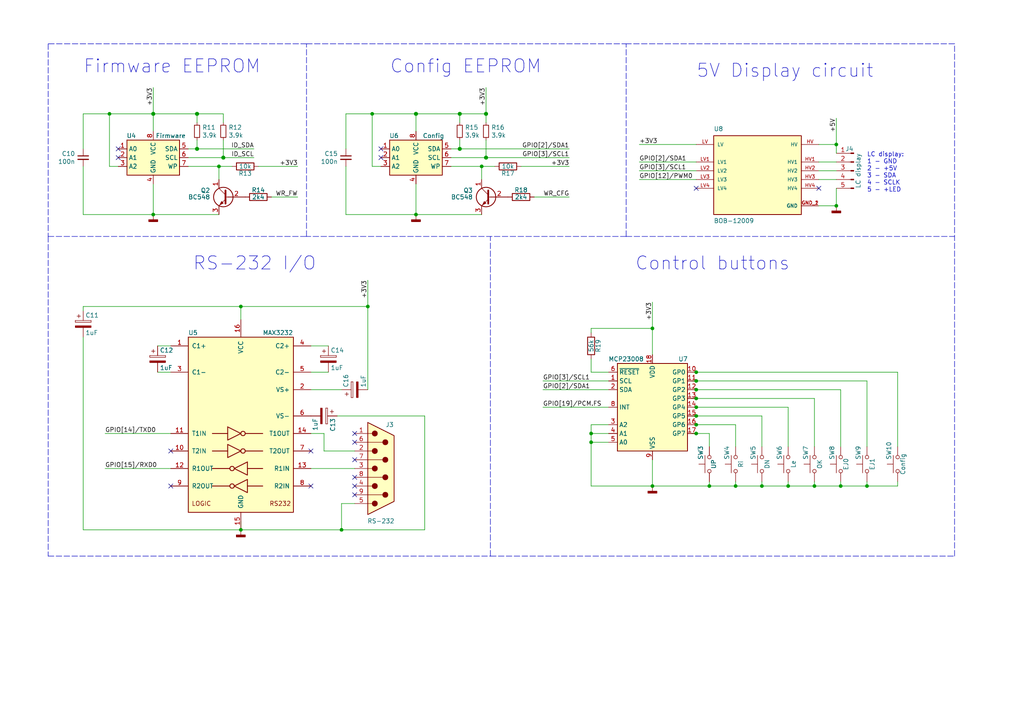
<source format=kicad_sch>
(kicad_sch (version 20211123) (generator eeschema)
  (paper "A4")
  (title_block (title "The Ulysses Board") (date "2022-08-29") (rev "1.2") (company "Dirk Gottschalk") (comment 1 "Base module") (comment 2 "Schematics") (comment 3 "Draft") (comment 4 "EN") (comment 5 "Tech- dev.") (comment 6 "n/a") (comment 7 "Dirk Gottschalk"))
  (lib_symbols
    (symbol "BOB-12009:BOB-12009" (pin_names (offset 1.016))
      (property "Reference" "U" (at -12.7 11.43 0))
      (property "Value" "BOB-12009" (at -12.7 -15.24 0))
      (symbol "BOB-12009_0_0"
        (rectangle (start -12.7 -12.7) (end 12.7 10.16) (stroke (width 0.254)) (fill (type background)))
        (pin power_in line (at 17.78 -10.16 180) (length 5.08) (name "GND") (number "GND_1"))
        (pin power_in line (at 17.78 -10.16 180) (length 5.08) (name "GND") (number "GND_2"))
        (pin bidirectional line (at 17.78 7.62 180) (length 5.08) (name "HV") (number "HV"))
        (pin bidirectional line (at 17.78 2.54 180) (length 5.08) (name "HV1") (number "HV1"))
        (pin bidirectional line (at 17.78 0 180) (length 5.08) (name "HV2") (number "HV2"))
        (pin bidirectional line (at 17.78 -2.54 180) (length 5.08) (name "HV3") (number "HV3"))
        (pin bidirectional line (at 17.78 -5.08 180) (length 5.08) (name "HV4") (number "HV4"))
        (pin bidirectional line (at -17.78 7.62 0) (length 5.08) (name "LV") (number "LV"))
        (pin bidirectional line (at -17.78 2.54 0) (length 5.08) (name "LV1") (number "LV1"))
        (pin bidirectional line (at -17.78 0 0) (length 5.08) (name "LV2") (number "LV2"))
        (pin bidirectional line (at -17.78 -2.54 0) (length 5.08) (name "LV3") (number "LV3"))
        (pin bidirectional line (at -17.78 -5.08 0) (length 5.08) (name "LV4") (number "LV4"))
      )
    )
    (symbol "Connector:Conn_01x05_Male" (pin_names (offset 1.016) hide)
      (property "Reference" "J" (at 0 7.62 0))
      (property "Value" "Conn_01x05_Male" (at 0 -7.62 0))
      (symbol "Conn_01x05_Male_1_1"
        (polyline (pts (xy 1.27 -5.08) (xy 0.8636 -5.08)) (stroke (width 0.1524)))
        (polyline (pts (xy 1.27 -2.54) (xy 0.8636 -2.54)) (stroke (width 0.1524)))
        (polyline (pts (xy 1.27 0) (xy 0.8636 0)) (stroke (width 0.1524)))
        (polyline (pts (xy 1.27 2.54) (xy 0.8636 2.54)) (stroke (width 0.1524)))
        (polyline (pts (xy 1.27 5.08) (xy 0.8636 5.08)) (stroke (width 0.1524)))
        (rectangle (start 0.8636 -4.953) (end 0 -5.207) (stroke (width 0.1524)) (fill (type outline)))
        (rectangle (start 0.8636 -2.413) (end 0 -2.667) (stroke (width 0.1524)) (fill (type outline)))
        (rectangle (start 0.8636 0.127) (end 0 -0.127) (stroke (width 0.1524)) (fill (type outline)))
        (rectangle (start 0.8636 2.667) (end 0 2.413) (stroke (width 0.1524)) (fill (type outline)))
        (rectangle (start 0.8636 5.207) (end 0 4.953) (stroke (width 0.1524)) (fill (type outline)))
        (pin passive line (at 5.08 5.08 180) (length 3.81) (name "Pin_1") (number "1"))
        (pin passive line (at 5.08 2.54 180) (length 3.81) (name "Pin_2") (number "2"))
        (pin passive line (at 5.08 0 180) (length 3.81) (name "Pin_3") (number "3"))
        (pin passive line (at 5.08 -2.54 180) (length 3.81) (name "Pin_4") (number "4"))
        (pin passive line (at 5.08 -5.08 180) (length 3.81) (name "Pin_5") (number "5"))
      )
    )
    (symbol "Connector:DB9_Male" (pin_names (offset 1.016) hide)
      (property "Reference" "J" (at 0 13.97 0))
      (property "Value" "DB9_Male" (at 0 -14.605 0))
      (symbol "DB9_Male_0_1"
        (circle (center -1.778 -10.16) (radius 0.762) (fill (type outline)))
        (circle (center -1.778 -5.08) (radius 0.762) (fill (type outline)))
        (circle (center -1.778 0) (radius 0.762) (fill (type outline)))
        (circle (center -1.778 5.08) (radius 0.762) (fill (type outline)))
        (circle (center -1.778 10.16) (radius 0.762) (fill (type outline)))
        (polyline (pts (xy -3.81 -10.16) (xy -2.54 -10.16)))
        (polyline (pts (xy -3.81 -7.62) (xy 0.508 -7.62)))
        (polyline (pts (xy -3.81 -5.08) (xy -2.54 -5.08)))
        (polyline (pts (xy -3.81 -2.54) (xy 0.508 -2.54)))
        (polyline (pts (xy -3.81 0) (xy -2.54 0)))
        (polyline (pts (xy -3.81 2.54) (xy 0.508 2.54)))
        (polyline (pts (xy -3.81 5.08) (xy -2.54 5.08)))
        (polyline (pts (xy -3.81 7.62) (xy 0.508 7.62)))
        (polyline (pts (xy -3.81 10.16) (xy -2.54 10.16)))
        (polyline (pts (xy -3.81 -13.335) (xy -3.81 13.335) (xy 3.81 9.525) (xy 3.81 -9.525) (xy -3.81 -13.335)) (stroke (width 0.254)) (fill (type background)))
        (circle (center 1.27 -7.62) (radius 0.762) (fill (type outline)))
        (circle (center 1.27 -2.54) (radius 0.762) (fill (type outline)))
        (circle (center 1.27 2.54) (radius 0.762) (fill (type outline)))
        (circle (center 1.27 7.62) (radius 0.762) (fill (type outline)))
      )
      (symbol "DB9_Male_1_1"
        (pin passive line (at -7.62 -10.16 0) (length 3.81) (name "1") (number "1"))
        (pin passive line (at -7.62 -5.08 0) (length 3.81) (name "2") (number "2"))
        (pin passive line (at -7.62 0 0) (length 3.81) (name "3") (number "3"))
        (pin passive line (at -7.62 5.08 0) (length 3.81) (name "4") (number "4"))
        (pin passive line (at -7.62 10.16 0) (length 3.81) (name "5") (number "5"))
        (pin passive line (at -7.62 -7.62 0) (length 3.81) (name "6") (number "6"))
        (pin passive line (at -7.62 -2.54 0) (length 3.81) (name "7") (number "7"))
        (pin passive line (at -7.62 2.54 0) (length 3.81) (name "8") (number "8"))
        (pin passive line (at -7.62 7.62 0) (length 3.81) (name "9") (number "9"))
      )
    )
    (symbol "Device:C_Small" (pin_numbers hide) (pin_names (offset 0.254) hide)
      (property "Reference" "C" (at 0.254 1.778 0))
      (property "Value" "C_Small" (at 0.254 -2.032 0))
      (symbol "C_Small_0_1"
        (polyline (pts (xy -1.524 -0.508) (xy 1.524 -0.508)) (stroke (width 0.3302)))
        (polyline (pts (xy -1.524 0.508) (xy 1.524 0.508)) (stroke (width 0.3048)))
      )
      (symbol "C_Small_1_1"
        (pin passive line (at 0 2.54 270) (length 2.032) (name "~") (number "1"))
        (pin passive line (at 0 -2.54 90) (length 2.032) (name "~") (number "2"))
      )
    )
    (symbol "Device:R" (pin_numbers hide) (pin_names (offset 0))
      (property "Reference" "R" (at 2.032 0 90))
      (property "Value" "R" (at 0 0 90))
      (symbol "R_0_1"
        (rectangle (start -1.016 -2.54) (end 1.016 2.54) (stroke (width 0.254)))
      )
      (symbol "R_1_1"
        (pin passive line (at 0 3.81 270) (length 1.27) (name "~") (number "1"))
        (pin passive line (at 0 -3.81 90) (length 1.27) (name "~") (number "2"))
      )
    )
    (symbol "Device:R_Small" (pin_numbers hide) (pin_names (offset 0.254) hide)
      (property "Reference" "R" (at 0.762 0.508 0))
      (property "Value" "R_Small" (at 0.762 -1.016 0))
      (symbol "R_Small_0_1"
        (rectangle (start -0.762 1.778) (end 0.762 -1.778) (stroke (width 0.2032)))
      )
      (symbol "R_Small_1_1"
        (pin passive line (at 0 2.54 270) (length 0.762) (name "~") (number "1"))
        (pin passive line (at 0 -2.54 90) (length 0.762) (name "~") (number "2"))
      )
    )
    (symbol "Interface_Expansion:MCP23008-xP"
      (property "Reference" "U" (at -8.89 13.97 0))
      (property "Value" "MCP23008-xP" (at 8.89 13.97 0))
      (symbol "MCP23008-xP_0_1"
        (rectangle (start -10.16 12.7) (end 10.16 -12.7) (stroke (width 0.254)) (fill (type background)))
      )
      (symbol "MCP23008-xP_1_1"
        (pin input line (at -12.7 7.62 0) (length 2.54) (name "SCL") (number "1"))
        (pin bidirectional line (at 12.7 10.16 180) (length 2.54) (name "GP0") (number "10"))
        (pin bidirectional line (at 12.7 7.62 180) (length 2.54) (name "GP1") (number "11"))
        (pin bidirectional line (at 12.7 5.08 180) (length 2.54) (name "GP2") (number "12"))
        (pin bidirectional line (at 12.7 2.54 180) (length 2.54) (name "GP3") (number "13"))
        (pin bidirectional line (at 12.7 0 180) (length 2.54) (name "GP4") (number "14"))
        (pin bidirectional line (at 12.7 -2.54 180) (length 2.54) (name "GP5") (number "15"))
        (pin bidirectional line (at 12.7 -5.08 180) (length 2.54) (name "GP6") (number "16"))
        (pin bidirectional line (at 12.7 -7.62 180) (length 2.54) (name "GP7") (number "17"))
        (pin power_in line (at 0 15.24 270) (length 2.54) (name "VDD") (number "18"))
        (pin bidirectional line (at -12.7 5.08 0) (length 2.54) (name "SDA") (number "2"))
        (pin input line (at -12.7 -5.08 0) (length 2.54) (name "A2") (number "3"))
        (pin input line (at -12.7 -7.62 0) (length 2.54) (name "A1") (number "4"))
        (pin input line (at -12.7 -10.16 0) (length 2.54) (name "A0") (number "5"))
        (pin input line (at -12.7 10.16 0) (length 2.54) (name "~{RESET}") (number "6"))
        (pin no_connect line (at -10.16 -2.54 0) (length 2.54) hide (name "NC") (number "7"))
        (pin output line (at -12.7 0 0) (length 2.54) (name "INT") (number "8"))
        (pin power_in line (at 0 -15.24 90) (length 2.54) (name "VSS") (number "9"))
      )
    )
    (symbol "Interface_UART:MAX3232" (pin_names (offset 1.016))
      (property "Reference" "U" (at -2.54 28.575 0))
      (property "Value" "MAX3232" (at -2.54 26.67 0))
      (symbol "MAX3232_0_0"
        (text "LOGIC" (at -11.43 -22.86 0) (effects (font (size 1.27 1.27))))
        (text "RS232" (at 11.43 -22.86 0) (effects (font (size 1.27 1.27))))
      )
      (symbol "MAX3232_0_1"
        (rectangle (start -15.24 -25.4) (end 15.24 25.4) (stroke (width 0.254)) (fill (type background)))
        (circle (center -2.54 -17.78) (radius 0.635) (stroke (width 0.254)))
        (circle (center -2.54 -12.7) (radius 0.635) (stroke (width 0.254)))
        (polyline (pts (xy -3.81 -7.62) (xy -8.255 -7.62)) (stroke (width 0.254)))
        (polyline (pts (xy -3.81 -2.54) (xy -8.255 -2.54)) (stroke (width 0.254)))
        (polyline (pts (xy -3.175 -17.78) (xy -8.255 -17.78)) (stroke (width 0.254)))
        (polyline (pts (xy -3.175 -12.7) (xy -8.255 -12.7)) (stroke (width 0.254)))
        (polyline (pts (xy 1.27 -7.62) (xy 6.35 -7.62)) (stroke (width 0.254)))
        (polyline (pts (xy 1.27 -2.54) (xy 6.35 -2.54)) (stroke (width 0.254)))
        (polyline (pts (xy 1.905 -17.78) (xy 6.35 -17.78)) (stroke (width 0.254)))
        (polyline (pts (xy 1.905 -12.7) (xy 6.35 -12.7)) (stroke (width 0.254)))
        (polyline (pts (xy -3.81 -5.715) (xy -3.81 -9.525) (xy 0 -7.62) (xy -3.81 -5.715)) (stroke (width 0.254)))
        (polyline (pts (xy -3.81 -0.635) (xy -3.81 -4.445) (xy 0 -2.54) (xy -3.81 -0.635)) (stroke (width 0.254)))
        (polyline (pts (xy 1.905 -15.875) (xy 1.905 -19.685) (xy -1.905 -17.78) (xy 1.905 -15.875)) (stroke (width 0.254)))
        (polyline (pts (xy 1.905 -10.795) (xy 1.905 -14.605) (xy -1.905 -12.7) (xy 1.905 -10.795)) (stroke (width 0.254)))
        (circle (center 0.635 -7.62) (radius 0.635) (stroke (width 0.254)))
        (circle (center 0.635 -2.54) (radius 0.635) (stroke (width 0.254)))
      )
      (symbol "MAX3232_1_1"
        (pin passive line (at -20.32 22.86 0) (length 5.08) (name "C1+") (number "1"))
        (pin input line (at -20.32 -7.62 0) (length 5.08) (name "T2IN") (number "10"))
        (pin input line (at -20.32 -2.54 0) (length 5.08) (name "T1IN") (number "11"))
        (pin output line (at -20.32 -12.7 0) (length 5.08) (name "R1OUT") (number "12"))
        (pin input line (at 20.32 -12.7 180) (length 5.08) (name "R1IN") (number "13"))
        (pin output line (at 20.32 -2.54 180) (length 5.08) (name "T1OUT") (number "14"))
        (pin power_in line (at 0 -30.48 90) (length 5.08) (name "GND") (number "15"))
        (pin power_in line (at 0 30.48 270) (length 5.08) (name "VCC") (number "16"))
        (pin power_out line (at 20.32 10.16 180) (length 5.08) (name "VS+") (number "2"))
        (pin passive line (at -20.32 15.24 0) (length 5.08) (name "C1-") (number "3"))
        (pin passive line (at 20.32 22.86 180) (length 5.08) (name "C2+") (number "4"))
        (pin passive line (at 20.32 15.24 180) (length 5.08) (name "C2-") (number "5"))
        (pin power_out line (at 20.32 2.54 180) (length 5.08) (name "VS-") (number "6"))
        (pin output line (at 20.32 -7.62 180) (length 5.08) (name "T2OUT") (number "7"))
        (pin input line (at 20.32 -17.78 180) (length 5.08) (name "R2IN") (number "8"))
        (pin output line (at -20.32 -17.78 0) (length 5.08) (name "R2OUT") (number "9"))
      )
    )
    (symbol "Memory_EEPROM:CAT24C256"
      (property "Reference" "U" (at -6.35 6.35 0))
      (property "Value" "CAT24C256" (at 1.27 6.35 0))
      (symbol "CAT24C256_1_1"
        (rectangle (start -7.62 5.08) (end 7.62 -5.08) (stroke (width 0.254)) (fill (type background)))
        (pin input line (at -10.16 2.54 0) (length 2.54) (name "A0") (number "1"))
        (pin input line (at -10.16 0 0) (length 2.54) (name "A1") (number "2"))
        (pin input line (at -10.16 -2.54 0) (length 2.54) (name "A2") (number "3"))
        (pin power_in line (at 0 -7.62 90) (length 2.54) (name "GND") (number "4"))
        (pin bidirectional line (at 10.16 2.54 180) (length 2.54) (name "SDA") (number "5"))
        (pin input line (at 10.16 0 180) (length 2.54) (name "SCL") (number "6"))
        (pin input line (at 10.16 -2.54 180) (length 2.54) (name "WP") (number "7"))
        (pin power_in line (at 0 7.62 270) (length 2.54) (name "VCC") (number "8"))
      )
    )
    (symbol "Pi-Board-rescue:CP" (pin_numbers hide) (pin_names (offset 0.254))
      (property "Reference" "C" (at 0.635 2.54 0))
      (property "Value" "CP" (at 0.635 -2.54 0))
      (symbol "CP_0_1"
        (rectangle (start -2.286 0.508) (end -2.286 1.016))
        (rectangle (start -2.286 0.508) (end 2.286 0.508))
        (polyline (pts (xy -1.778 2.286) (xy -0.762 2.286)))
        (polyline (pts (xy -1.27 2.794) (xy -1.27 1.778)))
        (rectangle (start 2.286 -0.508) (end -2.286 -1.016) (fill (type outline)))
        (rectangle (start 2.286 1.016) (end -2.286 1.016))
        (rectangle (start 2.286 1.016) (end 2.286 0.508))
      )
      (symbol "CP_1_1"
        (pin passive line (at 0 3.81 270) (length 2.794) (name "~") (number "1"))
        (pin passive line (at 0 -3.81 90) (length 2.794) (name "~") (number "2"))
      )
    )
    (symbol "Switch:SW_Push" (pin_numbers hide) (pin_names (offset 1.016) hide)
      (property "Reference" "SW" (at 1.27 2.54 0))
      (property "Value" "SW_Push" (at 0 -1.524 0))
      (symbol "SW_Push_0_1"
        (circle (center -2.032 0) (radius 0.508))
        (polyline (pts (xy 0 1.27) (xy 0 3.048)))
        (polyline (pts (xy 2.54 1.27) (xy -2.54 1.27)))
        (circle (center 2.032 0) (radius 0.508))
        (pin passive line (at -5.08 0 0) (length 2.54) (name "1") (number "1"))
        (pin passive line (at 5.08 0 180) (length 2.54) (name "2") (number "2"))
      )
    )
    (symbol "Transistor_BJT:BC548" (pin_names (offset 0) hide)
      (property "Reference" "Q" (at 5.08 1.905 0))
      (property "Value" "BC548" (at 5.08 0 0))
      (symbol "BC548_0_1"
        (polyline (pts (xy 0 0) (xy 0.635 0)))
        (polyline (pts (xy 0.635 0.635) (xy 2.54 2.54)))
        (polyline (pts (xy 0.635 -0.635) (xy 2.54 -2.54) (xy 2.54 -2.54)))
        (polyline (pts (xy 0.635 1.905) (xy 0.635 -1.905) (xy 0.635 -1.905)) (stroke (width 0.508)))
        (polyline (pts (xy 1.27 -1.778) (xy 1.778 -1.27) (xy 2.286 -2.286) (xy 1.27 -1.778) (xy 1.27 -1.778)) (fill (type outline)))
        (circle (center 1.27 0) (radius 2.8194) (stroke (width 0.254)))
      )
      (symbol "BC548_1_1"
        (pin passive line (at 2.54 5.08 270) (length 2.54) (name "C") (number "1"))
        (pin input line (at -5.08 0 0) (length 5.08) (name "B") (number "2"))
        (pin passive line (at 2.54 -5.08 90) (length 2.54) (name "E") (number "3"))
      )
    )
    (symbol "power:GNDD" (power) (pin_names (offset 0))
      (property "Value" "GNDD" (at 0 -3.175 0))
      (symbol "GNDD_0_1"
        (rectangle (start -1.27 -1.524) (end 1.27 -2.032) (stroke (width 0.254)) (fill (type outline)))
        (polyline (pts (xy 0 0) (xy 0 -1.524)))
      )
      (symbol "GNDD_1_1"
        (pin power_in line (at 0 0 270) (length 0) hide (name "GNDD") (number "1"))
      )
    )
  )
  (junction (at 31.75 33.02))
  (junction (at 69.85 88.9))
  (junction (at 63.5 48.26))
  (junction (at 201.93 115.57))
  (junction (at 57.15 33.02) (diameter 1.016))
  (junction (at 189.23 140.97))
  (junction (at 57.15 43.18) (diameter 1.016))
  (junction (at 236.22 140.97))
  (junction (at 201.93 113.03))
  (junction (at 201.93 107.95))
  (junction (at 140.97 33.02) (diameter 1.016))
  (junction (at 133.35 33.02) (diameter 1.016))
  (junction (at 120.65 33.02) (diameter 1.016))
  (junction (at 201.93 125.73))
  (junction (at 251.46 140.97))
  (junction (at 201.93 110.49))
  (junction (at 213.36 140.97))
  (junction (at 201.93 120.65))
  (junction (at 44.45 33.02) (diameter 1.016))
  (junction (at 201.93 118.11))
  (junction (at 220.98 140.97))
  (junction (at 171.45 125.73))
  (junction (at 44.45 62.23))
  (junction (at 228.6 140.97))
  (junction (at 99.06 153.67))
  (junction (at 69.85 153.67))
  (junction (at 205.74 140.97))
  (junction (at 140.97 45.72) (diameter 1.016))
  (junction (at 107.95 33.02))
  (junction (at 243.84 140.97))
  (junction (at 139.7 48.26))
  (junction (at 189.23 95.25))
  (junction (at 242.57 41.91))
  (junction (at 106.68 88.9))
  (junction (at 201.93 123.19))
  (junction (at 242.57 59.69))
  (junction (at 64.77 45.72) (diameter 1.016))
  (junction (at 171.45 128.27))
  (junction (at 133.35 43.18) (diameter 1.016))
  (junction (at 120.65 62.23))
  (no_connect (at 110.49 45.72))
  (no_connect (at 102.87 133.35))
  (no_connect (at 102.87 138.43))
  (no_connect (at 49.53 130.81))
  (no_connect (at 102.87 128.27))
  (no_connect (at 34.29 43.18))
  (no_connect (at 102.87 140.97))
  (no_connect (at 90.17 130.81))
  (no_connect (at 34.29 45.72))
  (no_connect (at 102.87 143.51))
  (no_connect (at 102.87 125.73))
  (no_connect (at 90.17 140.97))
  (no_connect (at 237.49 54.61))
  (no_connect (at 201.93 54.61))
  (no_connect (at 49.53 140.97))
  (no_connect (at 110.49 43.18))
  (wire (pts (xy 30.48 135.89) (xy 49.53 135.89)))
  (wire (pts (xy 171.45 128.27) (xy 171.45 140.97)))
  (wire (pts (xy 24.13 48.26) (xy 24.13 62.23)))
  (wire (pts (xy 44.45 33.02) (xy 57.15 33.02)))
  (wire (pts (xy 120.65 53.34) (xy 120.65 62.23)))
  (wire (pts (xy 243.84 139.7) (xy 243.84 140.97)))
  (wire (pts (xy 64.77 35.56) (xy 64.77 33.02)))
  (wire (pts (xy 123.19 120.65) (xy 123.19 153.67)))
  (polyline (pts (xy 13.97 68.58) (xy 13.97 161.29)))
  (wire (pts (xy 220.98 129.54) (xy 220.98 120.65)))
  (wire (pts (xy 251.46 110.49) (xy 251.46 129.54)))
  (wire (pts (xy 176.53 125.73) (xy 171.45 125.73)))
  (wire (pts (xy 185.42 41.91) (xy 201.93 41.91)))
  (wire (pts (xy 220.98 139.7) (xy 220.98 140.97)))
  (wire (pts (xy 201.93 120.65) (xy 220.98 120.65)))
  (wire (pts (xy 95.25 100.33) (xy 90.17 100.33)))
  (wire (pts (xy 171.45 123.19) (xy 171.45 125.73)))
  (wire (pts (xy 251.46 140.97) (xy 260.35 140.97)))
  (wire (pts (xy 200.66 107.95) (xy 201.93 107.95)))
  (wire (pts (xy 130.81 43.18) (xy 133.35 43.18)))
  (wire (pts (xy 243.84 129.54) (xy 243.84 113.03)))
  (wire (pts (xy 106.68 88.9) (xy 106.68 113.03)))
  (wire (pts (xy 205.74 129.54) (xy 205.74 125.73)))
  (wire (pts (xy 242.57 41.91) (xy 237.49 41.91)))
  (wire (pts (xy 90.17 135.89) (xy 102.87 135.89)))
  (wire (pts (xy 260.35 107.95) (xy 260.35 129.54)))
  (wire (pts (xy 57.15 33.02) (xy 57.15 35.56)))
  (wire (pts (xy 100.33 62.23) (xy 120.65 62.23)))
  (wire (pts (xy 200.66 118.11) (xy 201.93 118.11)))
  (wire (pts (xy 242.57 41.91) (xy 242.57 44.45)))
  (wire (pts (xy 54.61 45.72) (xy 64.77 45.72)))
  (wire (pts (xy 31.75 33.02) (xy 31.75 48.26)))
  (wire (pts (xy 213.36 129.54) (xy 213.36 123.19)))
  (wire (pts (xy 64.77 33.02) (xy 57.15 33.02)))
  (wire (pts (xy 133.35 43.18) (xy 165.1 43.18)))
  (wire (pts (xy 171.45 107.95) (xy 176.53 107.95)))
  (wire (pts (xy 69.85 88.9) (xy 106.68 88.9)))
  (wire (pts (xy 69.85 151.13) (xy 69.85 153.67)))
  (wire (pts (xy 63.5 48.26) (xy 63.5 52.07)))
  (polyline (pts (xy 181.61 68.58) (xy 276.86 68.58)))
  (wire (pts (xy 157.48 110.49) (xy 176.53 110.49)))
  (wire (pts (xy 64.77 45.72) (xy 73.66 45.72)))
  (wire (pts (xy 130.81 45.72) (xy 140.97 45.72)))
  (wire (pts (xy 200.66 113.03) (xy 201.93 113.03)))
  (wire (pts (xy 69.85 92.71) (xy 69.85 88.9)))
  (wire (pts (xy 243.84 140.97) (xy 251.46 140.97)))
  (wire (pts (xy 171.45 125.73) (xy 171.45 128.27)))
  (wire (pts (xy 200.66 120.65) (xy 201.93 120.65)))
  (wire (pts (xy 45.72 107.95) (xy 49.53 107.95)))
  (wire (pts (xy 24.13 62.23) (xy 44.45 62.23)))
  (wire (pts (xy 205.74 140.97) (xy 213.36 140.97)))
  (wire (pts (xy 185.42 52.07) (xy 201.93 52.07)))
  (wire (pts (xy 133.35 33.02) (xy 133.35 35.56)))
  (wire (pts (xy 171.45 95.25) (xy 171.45 96.52)))
  (wire (pts (xy 95.25 107.95) (xy 90.17 107.95)))
  (wire (pts (xy 24.13 88.9) (xy 69.85 88.9)))
  (wire (pts (xy 189.23 87.63) (xy 189.23 95.25)))
  (wire (pts (xy 140.97 40.64) (xy 140.97 45.72)))
  (wire (pts (xy 189.23 95.25) (xy 171.45 95.25)))
  (wire (pts (xy 100.33 48.26) (xy 100.33 62.23)))
  (wire (pts (xy 44.45 62.23) (xy 63.5 62.23)))
  (polyline (pts (xy 142.24 161.29) (xy 276.86 161.29)))
  (wire (pts (xy 44.45 33.02) (xy 44.45 38.1)))
  (wire (pts (xy 151.13 48.26) (xy 165.1 48.26)))
  (wire (pts (xy 140.97 45.72) (xy 165.1 45.72)))
  (wire (pts (xy 54.61 43.18) (xy 57.15 43.18)))
  (wire (pts (xy 189.23 133.35) (xy 189.23 140.97)))
  (wire (pts (xy 185.42 46.99) (xy 201.93 46.99)))
  (wire (pts (xy 54.61 48.26) (xy 63.5 48.26)))
  (wire (pts (xy 213.36 139.7) (xy 213.36 140.97)))
  (wire (pts (xy 228.6 129.54) (xy 228.6 118.11)))
  (wire (pts (xy 205.74 139.7) (xy 205.74 140.97)))
  (wire (pts (xy 236.22 140.97) (xy 243.84 140.97)))
  (wire (pts (xy 201.93 115.57) (xy 236.22 115.57)))
  (wire (pts (xy 30.48 125.73) (xy 49.53 125.73)))
  (wire (pts (xy 213.36 140.97) (xy 220.98 140.97)))
  (wire (pts (xy 45.72 100.33) (xy 49.53 100.33)))
  (wire (pts (xy 185.42 49.53) (xy 201.93 49.53)))
  (polyline (pts (xy 181.61 68.58) (xy 181.61 12.7)))
  (wire (pts (xy 154.94 57.15) (xy 165.1 57.15)))
  (wire (pts (xy 200.66 123.19) (xy 201.93 123.19)))
  (wire (pts (xy 57.15 43.18) (xy 73.66 43.18)))
  (wire (pts (xy 100.33 33.02) (xy 100.33 43.18)))
  (wire (pts (xy 133.35 40.64) (xy 133.35 43.18)))
  (wire (pts (xy 201.93 113.03) (xy 243.84 113.03)))
  (wire (pts (xy 171.45 104.14) (xy 171.45 107.95)))
  (wire (pts (xy 237.49 52.07) (xy 242.57 52.07)))
  (wire (pts (xy 130.81 48.26) (xy 139.7 48.26)))
  (wire (pts (xy 176.53 123.19) (xy 171.45 123.19)))
  (wire (pts (xy 139.7 48.26) (xy 139.7 52.07)))
  (polyline (pts (xy 13.97 68.58) (xy 88.9 68.58)))
  (wire (pts (xy 63.5 48.26) (xy 67.31 48.26)))
  (wire (pts (xy 99.06 146.05) (xy 99.06 153.67)))
  (wire (pts (xy 228.6 140.97) (xy 236.22 140.97)))
  (wire (pts (xy 228.6 139.7) (xy 228.6 140.97)))
  (wire (pts (xy 200.66 110.49) (xy 201.93 110.49)))
  (wire (pts (xy 140.97 33.02) (xy 133.35 33.02)))
  (wire (pts (xy 99.06 146.05) (xy 102.87 146.05)))
  (wire (pts (xy 120.65 33.02) (xy 107.95 33.02)))
  (polyline (pts (xy 276.86 161.29) (xy 276.86 12.7)))
  (wire (pts (xy 102.87 130.81) (xy 93.98 130.81)))
  (wire (pts (xy 171.45 140.97) (xy 189.23 140.97)))
  (wire (pts (xy 24.13 153.67) (xy 69.85 153.67)))
  (wire (pts (xy 201.93 110.49) (xy 251.46 110.49)))
  (polyline (pts (xy 13.97 12.7) (xy 13.97 68.58)))
  (wire (pts (xy 120.65 33.02) (xy 133.35 33.02)))
  (wire (pts (xy 242.57 34.29) (xy 242.57 41.91)))
  (wire (pts (xy 107.95 33.02) (xy 107.95 48.26)))
  (wire (pts (xy 140.97 35.56) (xy 140.97 33.02)))
  (wire (pts (xy 260.35 139.7) (xy 260.35 140.97)))
  (wire (pts (xy 201.93 125.73) (xy 205.74 125.73)))
  (wire (pts (xy 176.53 128.27) (xy 171.45 128.27)))
  (wire (pts (xy 24.13 90.17) (xy 24.13 88.9)))
  (polyline (pts (xy 142.24 161.29) (xy 142.24 68.58)))
  (wire (pts (xy 242.57 54.61) (xy 242.57 59.69)))
  (wire (pts (xy 44.45 53.34) (xy 44.45 62.23)))
  (wire (pts (xy 251.46 139.7) (xy 251.46 140.97)))
  (polyline (pts (xy 88.9 12.7) (xy 181.61 12.7)))
  (wire (pts (xy 44.45 25.4) (xy 44.45 33.02)))
  (polyline (pts (xy 13.97 161.29) (xy 142.24 161.29)))
  (wire (pts (xy 220.98 140.97) (xy 228.6 140.97)))
  (wire (pts (xy 93.98 130.81) (xy 93.98 125.73)))
  (wire (pts (xy 31.75 33.02) (xy 24.13 33.02)))
  (wire (pts (xy 123.19 153.67) (xy 99.06 153.67)))
  (wire (pts (xy 139.7 48.26) (xy 143.51 48.26)))
  (wire (pts (xy 120.65 62.23) (xy 139.7 62.23)))
  (wire (pts (xy 157.48 118.11) (xy 176.53 118.11)))
  (wire (pts (xy 157.48 113.03) (xy 176.53 113.03)))
  (wire (pts (xy 34.29 48.26) (xy 31.75 48.26)))
  (wire (pts (xy 99.06 153.67) (xy 69.85 153.67)))
  (wire (pts (xy 201.93 118.11) (xy 228.6 118.11)))
  (wire (pts (xy 140.97 25.4) (xy 140.97 33.02)))
  (wire (pts (xy 44.45 33.02) (xy 31.75 33.02)))
  (wire (pts (xy 78.74 57.15) (xy 86.36 57.15)))
  (wire (pts (xy 74.93 48.26) (xy 86.36 48.26)))
  (wire (pts (xy 189.23 140.97) (xy 205.74 140.97)))
  (polyline (pts (xy 181.61 68.58) (xy 88.9 68.58)))
  (polyline (pts (xy 88.9 68.58) (xy 88.9 12.7)))
  (polyline (pts (xy 276.86 12.7) (xy 181.61 12.7)))
  (wire (pts (xy 90.17 113.03) (xy 99.06 113.03)))
  (wire (pts (xy 201.93 123.19) (xy 213.36 123.19)))
  (wire (pts (xy 237.49 59.69) (xy 242.57 59.69)))
  (wire (pts (xy 24.13 33.02) (xy 24.13 43.18)))
  (wire (pts (xy 236.22 139.7) (xy 236.22 140.97)))
  (wire (pts (xy 57.15 40.64) (xy 57.15 43.18)))
  (wire (pts (xy 93.98 125.73) (xy 90.17 125.73)))
  (wire (pts (xy 106.68 81.28) (xy 106.68 88.9)))
  (wire (pts (xy 236.22 129.54) (xy 236.22 115.57)))
  (wire (pts (xy 200.66 125.73) (xy 201.93 125.73)))
  (wire (pts (xy 97.79 120.65) (xy 123.19 120.65)))
  (wire (pts (xy 120.65 33.02) (xy 120.65 38.1)))
  (wire (pts (xy 64.77 40.64) (xy 64.77 45.72)))
  (wire (pts (xy 200.66 115.57) (xy 201.93 115.57)))
  (wire (pts (xy 107.95 33.02) (xy 100.33 33.02)))
  (wire (pts (xy 237.49 49.53) (xy 242.57 49.53)))
  (wire (pts (xy 201.93 107.95) (xy 260.35 107.95)))
  (wire (pts (xy 237.49 46.99) (xy 242.57 46.99)))
  (wire (pts (xy 110.49 48.26) (xy 107.95 48.26)))
  (wire (pts (xy 189.23 95.25) (xy 189.23 102.87)))
  (wire (pts (xy 24.13 97.79) (xy 24.13 153.67)))
  (polyline (pts (xy 88.9 12.7) (xy 13.97 12.7)))
  (text "LC display:\n1 - GND\n2 - +5V\n3 - SDA\n4 - SCLK\n5 - +LED" (at 251.46 55.88 0) (effects (font (size 1.27 1.27)) (justify left bottom)))
  (text "Firmware EEPROM" (at 24.13 21.59 0) (effects (font (size 3.81 3.81)) (justify left bottom)))
  (text "Control buttons" (at 184.15 78.74 0) (effects (font (size 3.81 3.81)) (justify left bottom)))
  (text "RS-232 I/O" (at 55.88 78.74 0) (effects (font (size 3.81 3.81)) (justify left bottom)))
  (text "5V Display circuit" (at 201.93 22.86 0) (effects (font (size 3.81 3.81)) (justify left bottom)))
  (text "Config EEPROM" (at 113.03 21.59 0) (effects (font (size 3.81 3.81)) (justify left bottom)))
  (label "GPIO[2]{slash}SDA1" (at 185.42 46.99 0))
  (label "GPIO[3]{slash}SCL1" (at 165.1 45.72 180))
  (label "GPIO[3]{slash}SCL1" (at 157.48 110.49 0))
  (label "+3V3" (at 106.68 81.28 270))
  (label "WR_CFG" (at 165.1 57.15 180))
  (label "+3V3" (at 86.36 48.26 180))
  (label "+5V" (at 242.57 34.29 270))
  (label "GPIO[14]{slash}TXD0" (at 30.48 125.73 0))
  (label "+3V3" (at 189.23 87.63 270))
  (label "+3V3" (at 44.45 25.4 270))
  (label "GPIO[19]{slash}PCM.FS" (at 157.48 118.11 0))
  (label "WR_FW" (at 86.36 57.15 180))
  (label "GPIO[15]{slash}RXD0" (at 30.48 135.89 0))
  (label "GPIO[2]{slash}SDA1" (at 157.48 113.03 0))
  (label "+3V3" (at 165.1 48.26 180))
  (label "+3V3" (at 185.42 41.91 0))
  (label "+3V3" (at 140.97 25.4 270))
  (label "ID_SCL" (at 73.66 45.72 180))
  (label "GPIO[3]{slash}SCL1" (at 185.42 49.53 0))
  (label "GPIO[12]{slash}PWM0" (at 185.42 52.07 0))
  (label "GPIO[2]{slash}SDA1" (at 165.1 43.18 180))
  (label "ID_SDA" (at 73.66 43.18 180))
  (symbol (lib_id "Switch:SW_Push") (at 213.36 134.62 90) (unit 1)
    (property "Reference" "SW4" (at 210.82 133.35 0) (effects (justify left)))
    (property "Value" "Ri" (at 214.884 134.62 0))
  )
  (symbol (lib_id "Switch:SW_Push") (at 205.74 134.62 90) (unit 1)
    (property "Reference" "SW3" (at 203.2 133.35 0) (effects (justify left)))
    (property "Value" "UP" (at 207.01 134.62 0))
  )
  (symbol (lib_id "Pi-Board-rescue:CP") (at 45.72 104.14 0) (unit 1)
    (property "Reference" "C12" (at 46.355 101.6 0) (effects (justify left)))
    (property "Value" "1uF" (at 46.355 106.68 0) (effects (justify left)))
    (property "Footprint" "Capacitors_THT:CP_Radial_D12.5mm_P5.00mm" (effects hide))
  )
  (symbol (lib_id "Device:R") (at 151.13 57.15 270) (mirror x) (unit 1)
    (property "Reference" "R18" (at 151.13 55.118 90))
    (property "Value" "2k4" (at 151.13 57.15 90))
  )
  (symbol (lib_id "Transistor_BJT:BC548") (at 66.04 57.15 0) (mirror y) (unit 1)
    (property "Reference" "Q2" (at 60.96 55.245 0) (effects (justify left)))
    (property "Value" "BC548" (at 60.96 57.15 0) (effects (justify left)))
    (property "Footprint" "Package_TO_SOT_THT:TO-92_Inline" (effects hide))
    (property "Datasheet" "https://www.onsemi.com/pub/Collateral/BC550-D.pdf" (effects hide))
  )
  (symbol (lib_id "Connector:Conn_01x05_Male") (at 247.65 49.53 0) (mirror y) (unit 1)
    (property "Reference" "J4" (at 246.38 43.18 0))
    (property "Value" "LC display" (at 248.92 49.53 90))
    (property "Footprint" "Connector_PinHeader_2.54mm:PinHeader_1x05_P2.54mm_Vertical" (effects hide))
  )
  (symbol (lib_id "Connector:DB9_Male") (at 110.49 135.89 0) (mirror x) (unit 1)
    (property "Reference" "J3" (at 113.03 123.19 0))
    (property "Value" "RS-232" (at 110.49 151.13 0))
    (property "Footprint" "Connector_Dsub:DSUB-9_Male_Horizontal_P2.77x2.84mm_EdgePinOffset9.40mm" (effects hide))
    (property "Datasheet" " ~" (effects hide))
  )
  (symbol (lib_id "Switch:SW_Push") (at 243.84 134.62 90) (unit 1)
    (property "Reference" "SW8" (at 241.3 133.35 0) (effects (justify left)))
    (property "Value" "EJ0" (at 245.364 134.62 0))
  )
  (symbol (lib_id "Device:C_Small") (at 100.33 45.72 0) (unit 1)
    (property "Reference" "C15" (at 98.0058 44.5706 0) (effects (justify right)))
    (property "Value" "100n" (at 98.0058 46.8693 0) (effects (justify right)))
  )
  (symbol (lib_id "power:GNDD") (at 44.45 62.23 0) (unit 1)
    (property "Reference" "#PWR05" (effects hide))
    (property "Value" "GNDD" (effects hide))
  )
  (symbol (lib_id "Switch:SW_Push") (at 260.35 134.62 90) (unit 1)
    (property "Reference" "SW10" (at 257.81 133.35 0) (effects (justify left)))
    (property "Value" "Config" (at 261.874 134.62 0))
  )
  (symbol (lib_id "Pi-Board-rescue:CP") (at 24.13 93.98 0) (unit 1)
    (property "Reference" "C11" (at 24.765 91.44 0) (effects (justify left)))
    (property "Value" "1uF" (at 24.765 96.52 0) (effects (justify left)))
    (property "Footprint" "Capacitor_THT:CP_Radial_D12.5mm_P2.50mm" (effects hide))
  )
  (symbol (lib_id "Device:R") (at 74.93 57.15 270) (mirror x) (unit 1)
    (property "Reference" "R14" (at 74.93 55.118 90))
    (property "Value" "2k4" (at 74.93 57.15 90))
  )
  (symbol (lib_id "Device:R_Small") (at 133.35 38.1 0) (unit 1)
    (property "Reference" "R15" (at 134.8486 36.957 0) (effects (justify left)))
    (property "Value" "3.9k" (at 134.8487 39.2493 0) (effects (justify left)))
  )
  (symbol (lib_id "Pi-Board-rescue:CP") (at 95.25 104.14 0) (unit 1)
    (property "Reference" "C14" (at 95.885 101.6 0) (effects (justify left)))
    (property "Value" "1uF" (at 95.885 106.68 0) (effects (justify left)))
    (property "Footprint" "Capacitors_THT:CP_Radial_D12.5mm_P5.00mm" (effects hide))
  )
  (symbol (lib_id "power:GNDD") (at 69.85 153.67 0) (unit 1)
    (property "Reference" "#PWR06" (effects hide))
    (property "Value" "GNDD" (effects hide))
  )
  (symbol (lib_id "Switch:SW_Push") (at 220.98 134.62 90) (unit 1)
    (property "Reference" "SW5" (at 218.44 133.35 0) (effects (justify left)))
    (property "Value" "DN" (at 222.504 134.62 0))
  )
  (symbol (lib_id "Memory_EEPROM:CAT24C256") (at 120.65 45.72 0) (unit 1)
    (property "Reference" "U6" (at 114.3 39.37 0))
    (property "Value" "Config" (at 125.73 39.37 0))
    (property "Footprint" "Package_DIP:DIP-8_W7.62mm_Socket_LongPads" (effects hide))
    (property "Datasheet" "https://www.onsemi.cn/PowerSolutions/document/CAT24C256-D.PDF" (effects hide))
  )
  (symbol (lib_id "power:GNDD") (at 189.23 140.97 0) (unit 1)
    (property "Reference" "#PWR010" (effects hide))
    (property "Value" "GNDD" (effects hide))
  )
  (symbol (lib_id "Device:R_Small") (at 140.97 38.1 0) (unit 1)
    (property "Reference" "R16" (at 142.4686 36.957 0) (effects (justify left)))
    (property "Value" "3.9k" (at 142.4687 39.2493 0) (effects (justify left)))
  )
  (symbol (lib_id "Device:R_Small") (at 57.15 38.1 0) (unit 1)
    (property "Reference" "R11" (at 58.6486 36.957 0) (effects (justify left)))
    (property "Value" "3.9k" (at 58.6487 39.2493 0) (effects (justify left)))
  )
  (symbol (lib_id "Device:R") (at 71.12 48.26 270) (unit 1)
    (property "Reference" "R13" (at 71.12 50.292 90))
    (property "Value" "10k" (at 71.12 48.26 90))
  )
  (symbol (lib_id "power:GNDD") (at 242.57 59.69 0) (unit 1)
    (property "Reference" "#PWR012" (effects hide))
    (property "Value" "GNDD" (effects hide))
  )
  (symbol (lib_id "Device:R") (at 171.45 100.33 0) (unit 1)
    (property "Reference" "R19" (at 173.482 100.33 90))
    (property "Value" "56k" (at 171.45 100.33 90))
  )
  (symbol (lib_id "Interface_Expansion:MCP23008-xP") (at 189.23 118.11 0) (unit 1)
    (property "Reference" "U7" (at 198.12 104.14 0))
    (property "Value" "MCP23008" (at 181.61 104.14 0))
    (property "Footprint" "Package_DIP:DIP-18_W7.62mm" (effects hide))
    (property "Datasheet" "http://ww1.microchip.com/downloads/en/DeviceDoc/MCP23008-MCP23S08-Data-Sheet-20001919F.pdf" (effects hide))
  )
  (symbol (lib_id "Device:R") (at 147.32 48.26 270) (unit 1)
    (property "Reference" "R17" (at 147.32 50.292 90))
    (property "Value" "10k" (at 147.32 48.26 90))
  )
  (symbol (lib_id "Interface_UART:MAX3232") (at 69.85 123.19 0) (unit 1)
    (property "Reference" "U5" (at 54.61 96.52 0) (effects (justify left)))
    (property "Value" "MAX3232" (at 76.2 96.52 0) (effects (justify left)))
    (property "Footprint" "Package_DIP:DIP-14_W10.16mm" (effects hide))
    (property "Datasheet" "https://datasheets.maximintegrated.com/en/ds/MAX3222-MAX3241.pdf" (effects hide))
  )
  (symbol (lib_id "Pi-Board-rescue:CP") (at 93.98 120.65 270) (unit 1)
    (property "Reference" "C13" (at 96.52 121.285 0) (effects (justify left)))
    (property "Value" "1uF" (at 91.44 121.285 0) (effects (justify left)))
    (property "Footprint" "Capacitors_THT:CP_Radial_D12.5mm_P5.00mm" (effects hide))
  )
  (symbol (lib_id "Device:C_Small") (at 24.13 45.72 0) (unit 1)
    (property "Reference" "C10" (at 21.8058 44.5706 0) (effects (justify right)))
    (property "Value" "100n" (at 21.8058 46.8693 0) (effects (justify right)))
  )
  (symbol (lib_id "Pi-Board-rescue:CP") (at 102.87 113.03 90) (unit 1)
    (property "Reference" "C16" (at 100.33 112.395 0) (effects (justify left)))
    (property "Value" "1uF" (at 105.41 112.395 0) (effects (justify left)))
  )
  (symbol (lib_id "Switch:SW_Push") (at 228.6 134.62 90) (unit 1)
    (property "Reference" "SW6" (at 226.06 133.35 0) (effects (justify left)))
    (property "Value" "Le" (at 230.124 134.62 0))
  )
  (symbol (lib_id "Memory_EEPROM:CAT24C256") (at 44.45 45.72 0) (unit 1)
    (property "Reference" "U4" (at 38.1 39.37 0))
    (property "Value" "Firmware" (at 49.53 39.37 0))
    (property "Footprint" "Package_DIP:DIP-8_W7.62mm_Socket_LongPads" (effects hide))
    (property "Datasheet" "https://www.onsemi.cn/PowerSolutions/document/CAT24C256-D.PDF" (effects hide))
  )
  (symbol (lib_id "Switch:SW_Push") (at 236.22 134.62 90) (unit 1)
    (property "Reference" "SW7" (at 233.68 133.35 0) (effects (justify left)))
    (property "Value" "OK" (at 237.744 134.62 0))
  )
  (symbol (lib_id "power:GNDD") (at 120.65 62.23 0) (unit 1)
    (property "Reference" "#PWR08" (effects hide))
    (property "Value" "GNDD" (effects hide))
  )
  (symbol (lib_id "Transistor_BJT:BC548") (at 142.24 57.15 0) (mirror y) (unit 1)
    (property "Reference" "Q3" (at 137.16 55.245 0) (effects (justify left)))
    (property "Value" "BC548" (at 137.16 57.15 0) (effects (justify left)))
    (property "Footprint" "Package_TO_SOT_THT:TO-92_Inline" (effects hide))
    (property "Datasheet" "https://www.onsemi.com/pub/Collateral/BC550-D.pdf" (effects hide))
  )
  (symbol (lib_id "Device:R_Small") (at 64.77 38.1 0) (unit 1)
    (property "Reference" "R12" (at 66.2686 36.957 0) (effects (justify left)))
    (property "Value" "3.9k" (at 66.2687 39.2493 0) (effects (justify left)))
  )
  (symbol (lib_id "Switch:SW_Push") (at 251.46 134.62 90) (unit 1)
    (property "Reference" "SW9" (at 248.92 133.35 0) (effects (justify left)))
    (property "Value" "EJ1" (at 252.984 134.62 0))
  )
  (symbol (lib_id "BOB-12009:BOB-12009") (at 219.71 49.53 0) (unit 1)
    (property "Reference" "U8" (at 207.01 38.1 0) (effects (justify left bottom)))
    (property "Value" "BOB-12009" (at 207.01 64.77 0) (effects (justify left bottom)))
    (property "Footprint" "CONV_BOB-12009" (effects hide))
    (property "MANUFACTURER" "SparkFun Electronics" (effects hide))
    (property "STANDARD" "Manufacturer Recommendations" (effects hide))
    (property "PARTREV" "01" (effects hide))
    (property "MAXIMUM_PACKAGE_HEIGHT" "N/A" (effects hide))
  )
)
</source>
